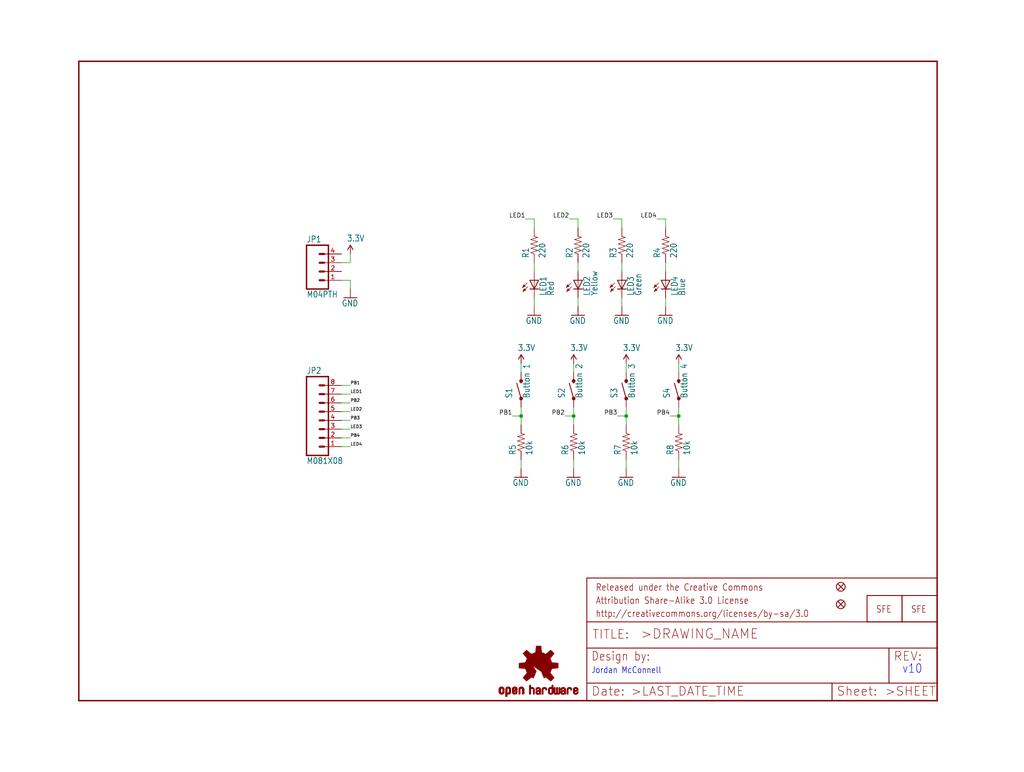
<source format=kicad_sch>
(kicad_sch (version 20211123) (generator eeschema)
  (paper "User" 297.002 223.926)
  (lib_symbols
    (symbol "eagleSchem-eagle-import:3.3V" (power)
      (property "Value" "3.3V" (at -1.016 3.556 0))
      (symbol "3.3V_1_0"
        (pin power_in line (at 0 0 90) (length 2.54) (name "3.3V") (number "1"))
      )
    )
    (symbol "eagleSchem-eagle-import:FIDUCIALUFIDUCIAL")
    (symbol "eagleSchem-eagle-import:FRAME-LETTER"
      (symbol "FRAME-LETTER_2_0"
        (text ">DRAWING_NAME" (at 15.494 17.78 0) (effects (font (size 2.7432 2.7432)) (justify left bottom)))
        (text ">LAST_DATE_TIME" (at 12.7 1.27 0) (effects (font (size 2.54 2.54)) (justify left bottom)))
        (text ">SHEET" (at 86.36 1.27 0) (effects (font (size 2.54 2.54)) (justify left bottom)))
        (text "Attribution Share-Alike 3.0 License" (at 2.54 27.94 0) (effects (font (size 1.9304 1.6408)) (justify left bottom)))
        (text "Date:" (at 1.27 1.27 0) (effects (font (size 2.54 2.54)) (justify left bottom)))
        (text "Design by:" (at 1.27 11.43 0) (effects (font (size 2.54 2.159)) (justify left bottom)))
        (text "http://creativecommons.org/licenses/by-sa/3.0" (at 2.54 24.13 0) (effects (font (size 1.9304 1.6408)) (justify left bottom)))
        (text "Released under the Creative Commons" (at 2.54 31.75 0) (effects (font (size 1.9304 1.6408)) (justify left bottom)))
        (text "REV:" (at 88.9 11.43 0) (effects (font (size 2.54 2.54)) (justify left bottom)))
        (text "Sheet:" (at 72.39 1.27 0) (effects (font (size 2.54 2.54)) (justify left bottom)))
        (text "TITLE:" (at 1.524 17.78 0) (effects (font (size 2.54 2.54)) (justify left bottom)))
      )
    )
    (symbol "eagleSchem-eagle-import:GND" (power)
      (property "Value" "GND" (at -2.54 -2.54 0))
      (symbol "GND_1_0"
        (pin power_in line (at 0 2.54 270) (length 2.54) (name "GND") (number "1"))
      )
    )
    (symbol "eagleSchem-eagle-import:LED0603"
      (property "Reference" "LED" (at 3.556 -4.572 90))
      (property "Value" "LED0603" (at 5.715 -4.572 90))
      (symbol "LED0603_1_0"
        (pin passive line (at 0 2.54 270) (length 2.54) (name "A") (number "A"))
        (pin passive line (at 0 -5.08 90) (length 2.54) (name "C") (number "C"))
      )
    )
    (symbol "eagleSchem-eagle-import:LOGO-SFENEW"
      (symbol "LOGO-SFENEW_1_0"
        (text "SFE" (at 0 0 0) (effects (font (size 1.9304 1.6408)) (justify left bottom)))
      )
    )
    (symbol "eagleSchem-eagle-import:LOGO-SFESK"
      (symbol "LOGO-SFESK_1_0"
        (text "SFE" (at 0 0 0) (effects (font (size 1.9304 1.6408)) (justify left bottom)))
      )
    )
    (symbol "eagleSchem-eagle-import:M04PTH"
      (property "Reference" "JP" (at -5.08 8.382 0))
      (property "Value" "M04PTH" (at -5.08 -7.62 0))
      (symbol "M04PTH_1_0"
        (pin passive line (at 5.08 -2.54 180) (length 5.08) (name "1") (number "1"))
        (pin passive line (at 5.08 0 180) (length 5.08) (name "2") (number "2"))
        (pin passive line (at 5.08 2.54 180) (length 5.08) (name "3") (number "3"))
        (pin passive line (at 5.08 5.08 180) (length 5.08) (name "4") (number "4"))
      )
    )
    (symbol "eagleSchem-eagle-import:M081X08"
      (property "Reference" "JP" (at -5.08 13.462 0))
      (property "Value" "M081X08" (at -5.08 -12.7 0))
      (symbol "M081X08_1_0"
        (pin passive line (at 5.08 -7.62 180) (length 5.08) (name "1") (number "1"))
        (pin passive line (at 5.08 -5.08 180) (length 5.08) (name "2") (number "2"))
        (pin passive line (at 5.08 -2.54 180) (length 5.08) (name "3") (number "3"))
        (pin passive line (at 5.08 0 180) (length 5.08) (name "4") (number "4"))
        (pin passive line (at 5.08 2.54 180) (length 5.08) (name "5") (number "5"))
        (pin passive line (at 5.08 5.08 180) (length 5.08) (name "6") (number "6"))
        (pin passive line (at 5.08 7.62 180) (length 5.08) (name "7") (number "7"))
        (pin passive line (at 5.08 10.16 180) (length 5.08) (name "8") (number "8"))
      )
    )
    (symbol "eagleSchem-eagle-import:OSHW-LOGOS")
    (symbol "eagleSchem-eagle-import:RESISTOR0402-RES"
      (property "Reference" "R" (at -3.81 1.4986 0))
      (property "Value" "RESISTOR0402-RES" (at -3.81 -3.302 0))
      (symbol "RESISTOR0402-RES_1_0"
        (pin passive line (at -5.08 0 0) (length 2.54) (name "1") (number "1"))
        (pin passive line (at 5.08 0 180) (length 2.54) (name "2") (number "2"))
      )
    )
    (symbol "eagleSchem-eagle-import:SWITCH-MOMENTARY-2SMD"
      (property "Reference" "S" (at -2.54 2.54 0))
      (property "Value" "SWITCH-MOMENTARY-2SMD" (at -2.54 -2.54 0))
      (symbol "SWITCH-MOMENTARY-2SMD_1_0"
        (pin passive line (at -5.08 0 0) (length 2.54) (name "1") (number "1"))
        (pin passive line (at 5.08 0 180) (length 2.54) (name "2") (number "3"))
      )
    )
  )
  (junction (at 151.13 120.65))
  (junction (at 196.85 120.65))
  (junction (at 181.61 120.65))
  (junction (at 166.37 120.65))
  (wire (pts (xy 99.06 114.3) (xy 101.6 114.3)))
  (wire (pts (xy 99.06 129.54) (xy 101.6 129.54)))
  (wire (pts (xy 196.85 118.11) (xy 196.85 120.65)))
  (wire (pts (xy 193.04 63.5) (xy 190.5 63.5)))
  (wire (pts (xy 196.85 120.65) (xy 196.85 123.19)))
  (wire (pts (xy 181.61 107.95) (xy 181.61 105.41)))
  (wire (pts (xy 166.37 107.95) (xy 166.37 105.41)))
  (wire (pts (xy 193.04 66.04) (xy 193.04 63.5)))
  (wire (pts (xy 151.13 107.95) (xy 151.13 105.41)))
  (wire (pts (xy 167.64 76.2) (xy 167.64 78.74)))
  (wire (pts (xy 101.6 81.28) (xy 101.6 83.82)))
  (wire (pts (xy 99.06 81.28) (xy 101.6 81.28)))
  (wire (pts (xy 99.06 127) (xy 101.6 127)))
  (wire (pts (xy 181.61 120.65) (xy 179.07 120.65)))
  (wire (pts (xy 181.61 118.11) (xy 181.61 120.65)))
  (wire (pts (xy 167.64 86.36) (xy 167.64 88.9)))
  (wire (pts (xy 180.34 66.04) (xy 180.34 63.5)))
  (wire (pts (xy 181.61 133.35) (xy 181.61 135.89)))
  (wire (pts (xy 154.94 66.04) (xy 154.94 63.5)))
  (wire (pts (xy 99.06 76.2) (xy 101.6 76.2)))
  (wire (pts (xy 166.37 120.65) (xy 166.37 123.19)))
  (wire (pts (xy 99.06 116.84) (xy 101.6 116.84)))
  (wire (pts (xy 154.94 76.2) (xy 154.94 78.74)))
  (wire (pts (xy 154.94 63.5) (xy 152.4 63.5)))
  (wire (pts (xy 166.37 133.35) (xy 166.37 135.89)))
  (wire (pts (xy 193.04 86.36) (xy 193.04 88.9)))
  (wire (pts (xy 99.06 111.76) (xy 101.6 111.76)))
  (wire (pts (xy 101.6 76.2) (xy 101.6 73.66)))
  (wire (pts (xy 167.64 63.5) (xy 165.1 63.5)))
  (wire (pts (xy 151.13 118.11) (xy 151.13 120.65)))
  (wire (pts (xy 166.37 120.65) (xy 163.83 120.65)))
  (wire (pts (xy 151.13 120.65) (xy 151.13 123.19)))
  (wire (pts (xy 166.37 118.11) (xy 166.37 120.65)))
  (wire (pts (xy 154.94 88.9) (xy 154.94 86.36)))
  (wire (pts (xy 167.64 66.04) (xy 167.64 63.5)))
  (wire (pts (xy 196.85 120.65) (xy 194.31 120.65)))
  (wire (pts (xy 181.61 120.65) (xy 181.61 123.19)))
  (wire (pts (xy 180.34 86.36) (xy 180.34 88.9)))
  (wire (pts (xy 180.34 63.5) (xy 177.8 63.5)))
  (wire (pts (xy 151.13 133.35) (xy 151.13 135.89)))
  (wire (pts (xy 99.06 124.46) (xy 101.6 124.46)))
  (wire (pts (xy 196.85 133.35) (xy 196.85 135.89)))
  (wire (pts (xy 193.04 76.2) (xy 193.04 78.74)))
  (wire (pts (xy 196.85 107.95) (xy 196.85 105.41)))
  (wire (pts (xy 180.34 76.2) (xy 180.34 78.74)))
  (wire (pts (xy 99.06 121.92) (xy 101.6 121.92)))
  (wire (pts (xy 99.06 119.38) (xy 101.6 119.38)))
  (wire (pts (xy 151.13 120.65) (xy 148.59 120.65)))
  (text "Jordan McConnell" (at 171.45 195.58 180) (effects (font (size 1.778 1.5113)) (justify left bottom)))
  (text "v10" (at 261.62 195.58 180) (effects (font (size 2.54 2.159)) (justify left bottom)))
  (label "LED2" (at 101.6 119.38 0) (effects (font (size 0.889 0.889))))
  (label "PB2" (at 101.6 116.84 0) (effects (font (size 0.889 0.889))))
  (label "LED3" (at 101.6 124.46 0) (effects (font (size 0.889 0.889))))
  (label "LED2" (at 165.1 63.5 180) (effects (font (size 1.2446 1.2446))))
  (label "PB1" (at 101.6 111.76 0) (effects (font (size 0.889 0.889))))
  (label "PB2" (at 163.83 120.65 180) (effects (font (size 1.2446 1.2446))))
  (label "PB1" (at 148.59 120.65 180) (effects (font (size 1.2446 1.2446))))
  (label "LED1" (at 152.4 63.5 180) (effects (font (size 1.2446 1.2446))))
  (label "PB4" (at 194.31 120.65 180) (effects (font (size 1.2446 1.2446))))
  (label "LED3" (at 177.8 63.5 180) (effects (font (size 1.2446 1.2446))))
  (label "PB4" (at 101.6 127 0) (effects (font (size 0.889 0.889))))
  (label "LED4" (at 190.5 63.5 180) (effects (font (size 1.2446 1.2446))))
  (label "PB3" (at 179.07 120.65 180) (effects (font (size 1.2446 1.2446))))
  (label "LED1" (at 101.6 114.3 0) (effects (font (size 0.889 0.889))))
  (label "PB3" (at 101.6 121.92 0) (effects (font (size 0.889 0.889))))
  (label "LED4" (at 101.6 129.54 0) (effects (font (size 0.889 0.889))))
  (symbol (lib_id "eagleSchem-eagle-import:3.3V") (at 181.61 105.41 0) (unit 1)
    (property "Reference" "#P+4" (effects hide))
    (property "Value" "3.3V" (at 180.594 101.854 0) (effects (font (size 1.778 1.5113)) (justify left bottom)))
    (property "Footprint" "eagleSchem:" (effects hide))
  )
  (symbol (lib_id "eagleSchem-eagle-import:RESISTOR0402-RES") (at 154.94 71.12 90) (unit 1)
    (property "Reference" "R1" (at 153.4414 74.93 0) (effects (font (size 1.778 1.5113)) (justify left bottom)))
    (property "Value" "220" (at 158.242 74.93 0) (effects (font (size 1.778 1.5113)) (justify left bottom)))
    (property "Footprint" "eagleSchem:0402-RES" (effects hide))
  )
  (symbol (lib_id "eagleSchem-eagle-import:FIDUCIALUFIDUCIAL") (at 243.84 175.26 0) (unit 1)
    (property "Reference" "JP6" (effects hide))
    (property "Value" "FIDUCIALUFIDUCIAL" (effects hide))
    (property "Footprint" "eagleSchem:MICRO-FIDUCIAL" (effects hide))
  )
  (symbol (lib_id "eagleSchem-eagle-import:GND") (at 151.13 138.43 0) (unit 1)
    (property "Reference" "#GND2" (effects hide))
    (property "Value" "GND" (at 148.59 140.97 0) (effects (font (size 1.778 1.5113)) (justify left bottom)))
    (property "Footprint" "eagleSchem:" (effects hide))
  )
  (symbol (lib_id "eagleSchem-eagle-import:RESISTOR0402-RES") (at 180.34 71.12 90) (unit 1)
    (property "Reference" "R3" (at 178.8414 74.93 0) (effects (font (size 1.778 1.5113)) (justify left bottom)))
    (property "Value" "220" (at 183.642 74.93 0) (effects (font (size 1.778 1.5113)) (justify left bottom)))
    (property "Footprint" "eagleSchem:0402-RES" (effects hide))
  )
  (symbol (lib_id "eagleSchem-eagle-import:3.3V") (at 196.85 105.41 0) (unit 1)
    (property "Reference" "#P+5" (effects hide))
    (property "Value" "3.3V" (at 195.834 101.854 0) (effects (font (size 1.778 1.5113)) (justify left bottom)))
    (property "Footprint" "eagleSchem:" (effects hide))
  )
  (symbol (lib_id "eagleSchem-eagle-import:LOGO-SFENEW") (at 254 177.8 0) (unit 1)
    (property "Reference" "JP4" (effects hide))
    (property "Value" "LOGO-SFENEW" (effects hide))
    (property "Footprint" "eagleSchem:SFE-NEW-WEBLOGO" (effects hide))
  )
  (symbol (lib_id "eagleSchem-eagle-import:M081X08") (at 93.98 121.92 0) (unit 1)
    (property "Reference" "JP2" (at 88.9 108.458 0) (effects (font (size 1.778 1.5113)) (justify left bottom)))
    (property "Value" "M081X08" (at 88.9 134.62 0) (effects (font (size 1.778 1.5113)) (justify left bottom)))
    (property "Footprint" "eagleSchem:1X08" (effects hide))
  )
  (symbol (lib_id "eagleSchem-eagle-import:SWITCH-MOMENTARY-2SMD") (at 196.85 113.03 90) (unit 1)
    (property "Reference" "S4" (at 194.31 115.57 0) (effects (font (size 1.778 1.5113)) (justify left bottom)))
    (property "Value" "Button 4" (at 199.39 115.57 0) (effects (font (size 1.778 1.5113)) (justify left bottom)))
    (property "Footprint" "eagleSchem:TACTILE_SWITCH_SMD" (effects hide))
  )
  (symbol (lib_id "eagleSchem-eagle-import:RESISTOR0402-RES") (at 196.85 128.27 90) (unit 1)
    (property "Reference" "R8" (at 195.3514 132.08 0) (effects (font (size 1.778 1.5113)) (justify left bottom)))
    (property "Value" "10k" (at 200.152 132.08 0) (effects (font (size 1.778 1.5113)) (justify left bottom)))
    (property "Footprint" "eagleSchem:0402-RES" (effects hide))
  )
  (symbol (lib_id "eagleSchem-eagle-import:FIDUCIALUFIDUCIAL") (at 243.84 170.18 0) (unit 1)
    (property "Reference" "JP5" (effects hide))
    (property "Value" "FIDUCIALUFIDUCIAL" (effects hide))
    (property "Footprint" "eagleSchem:MICRO-FIDUCIAL" (effects hide))
  )
  (symbol (lib_id "eagleSchem-eagle-import:M04PTH") (at 93.98 78.74 0) (unit 1)
    (property "Reference" "JP1" (at 88.9 70.358 0) (effects (font (size 1.778 1.5113)) (justify left bottom)))
    (property "Value" "M04PTH" (at 88.9 86.36 0) (effects (font (size 1.778 1.5113)) (justify left bottom)))
    (property "Footprint" "eagleSchem:1X04" (effects hide))
  )
  (symbol (lib_id "eagleSchem-eagle-import:GND") (at 196.85 138.43 0) (unit 1)
    (property "Reference" "#GND5" (effects hide))
    (property "Value" "GND" (at 194.31 140.97 0) (effects (font (size 1.778 1.5113)) (justify left bottom)))
    (property "Footprint" "eagleSchem:" (effects hide))
  )
  (symbol (lib_id "eagleSchem-eagle-import:LED0603") (at 180.34 81.28 0) (unit 1)
    (property "Reference" "LED3" (at 183.896 85.852 90) (effects (font (size 1.778 1.5113)) (justify left bottom)))
    (property "Value" "Green" (at 186.055 85.852 90) (effects (font (size 1.778 1.5113)) (justify left bottom)))
    (property "Footprint" "eagleSchem:LED-0603" (effects hide))
  )
  (symbol (lib_id "eagleSchem-eagle-import:LED0603") (at 154.94 81.28 0) (unit 1)
    (property "Reference" "LED1" (at 158.496 85.852 90) (effects (font (size 1.778 1.5113)) (justify left bottom)))
    (property "Value" "Red" (at 160.655 85.852 90) (effects (font (size 1.778 1.5113)) (justify left bottom)))
    (property "Footprint" "eagleSchem:LED-0603" (effects hide))
  )
  (symbol (lib_id "eagleSchem-eagle-import:RESISTOR0402-RES") (at 167.64 71.12 90) (unit 1)
    (property "Reference" "R2" (at 166.1414 74.93 0) (effects (font (size 1.778 1.5113)) (justify left bottom)))
    (property "Value" "220" (at 170.942 74.93 0) (effects (font (size 1.778 1.5113)) (justify left bottom)))
    (property "Footprint" "eagleSchem:0402-RES" (effects hide))
  )
  (symbol (lib_id "eagleSchem-eagle-import:RESISTOR0402-RES") (at 166.37 128.27 90) (unit 1)
    (property "Reference" "R6" (at 164.8714 132.08 0) (effects (font (size 1.778 1.5113)) (justify left bottom)))
    (property "Value" "10k" (at 169.672 132.08 0) (effects (font (size 1.778 1.5113)) (justify left bottom)))
    (property "Footprint" "eagleSchem:0402-RES" (effects hide))
  )
  (symbol (lib_id "eagleSchem-eagle-import:LED0603") (at 167.64 81.28 0) (unit 1)
    (property "Reference" "LED2" (at 171.196 85.852 90) (effects (font (size 1.778 1.5113)) (justify left bottom)))
    (property "Value" "Yellow" (at 173.355 85.852 90) (effects (font (size 1.778 1.5113)) (justify left bottom)))
    (property "Footprint" "eagleSchem:LED-0603" (effects hide))
  )
  (symbol (lib_id "eagleSchem-eagle-import:GND") (at 166.37 138.43 0) (unit 1)
    (property "Reference" "#GND3" (effects hide))
    (property "Value" "GND" (at 163.83 140.97 0) (effects (font (size 1.778 1.5113)) (justify left bottom)))
    (property "Footprint" "eagleSchem:" (effects hide))
  )
  (symbol (lib_id "eagleSchem-eagle-import:SWITCH-MOMENTARY-2SMD") (at 166.37 113.03 90) (unit 1)
    (property "Reference" "S2" (at 163.83 115.57 0) (effects (font (size 1.778 1.5113)) (justify left bottom)))
    (property "Value" "Button 2" (at 168.91 115.57 0) (effects (font (size 1.778 1.5113)) (justify left bottom)))
    (property "Footprint" "eagleSchem:TACTILE_SWITCH_SMD" (effects hide))
  )
  (symbol (lib_id "eagleSchem-eagle-import:3.3V") (at 151.13 105.41 0) (unit 1)
    (property "Reference" "#P+2" (effects hide))
    (property "Value" "3.3V" (at 150.114 101.854 0) (effects (font (size 1.778 1.5113)) (justify left bottom)))
    (property "Footprint" "eagleSchem:" (effects hide))
  )
  (symbol (lib_id "eagleSchem-eagle-import:GND") (at 101.6 86.36 0) (unit 1)
    (property "Reference" "#GND1" (effects hide))
    (property "Value" "GND" (at 99.06 88.9 0) (effects (font (size 1.778 1.5113)) (justify left bottom)))
    (property "Footprint" "eagleSchem:" (effects hide))
  )
  (symbol (lib_id "eagleSchem-eagle-import:LED0603") (at 193.04 81.28 0) (unit 1)
    (property "Reference" "LED4" (at 196.596 85.852 90) (effects (font (size 1.778 1.5113)) (justify left bottom)))
    (property "Value" "Blue" (at 198.755 85.852 90) (effects (font (size 1.778 1.5113)) (justify left bottom)))
    (property "Footprint" "eagleSchem:LED-0603" (effects hide))
  )
  (symbol (lib_id "eagleSchem-eagle-import:RESISTOR0402-RES") (at 193.04 71.12 90) (unit 1)
    (property "Reference" "R4" (at 191.5414 74.93 0) (effects (font (size 1.778 1.5113)) (justify left bottom)))
    (property "Value" "220" (at 196.342 74.93 0) (effects (font (size 1.778 1.5113)) (justify left bottom)))
    (property "Footprint" "eagleSchem:0402-RES" (effects hide))
  )
  (symbol (lib_id "eagleSchem-eagle-import:GND") (at 180.34 91.44 0) (unit 1)
    (property "Reference" "#GND8" (effects hide))
    (property "Value" "GND" (at 177.8 93.98 0) (effects (font (size 1.778 1.5113)) (justify left bottom)))
    (property "Footprint" "eagleSchem:" (effects hide))
  )
  (symbol (lib_id "eagleSchem-eagle-import:RESISTOR0402-RES") (at 181.61 128.27 90) (unit 1)
    (property "Reference" "R7" (at 180.1114 132.08 0) (effects (font (size 1.778 1.5113)) (justify left bottom)))
    (property "Value" "10k" (at 184.912 132.08 0) (effects (font (size 1.778 1.5113)) (justify left bottom)))
    (property "Footprint" "eagleSchem:0402-RES" (effects hide))
  )
  (symbol (lib_id "eagleSchem-eagle-import:SWITCH-MOMENTARY-2SMD") (at 151.13 113.03 90) (unit 1)
    (property "Reference" "S1" (at 148.59 115.57 0) (effects (font (size 1.778 1.5113)) (justify left bottom)))
    (property "Value" "Button 1" (at 153.67 115.57 0) (effects (font (size 1.778 1.5113)) (justify left bottom)))
    (property "Footprint" "eagleSchem:TACTILE_SWITCH_SMD" (effects hide))
  )
  (symbol (lib_id "eagleSchem-eagle-import:GND") (at 193.04 91.44 0) (unit 1)
    (property "Reference" "#GND9" (effects hide))
    (property "Value" "GND" (at 190.5 93.98 0) (effects (font (size 1.778 1.5113)) (justify left bottom)))
    (property "Footprint" "eagleSchem:" (effects hide))
  )
  (symbol (lib_id "eagleSchem-eagle-import:GND") (at 181.61 138.43 0) (unit 1)
    (property "Reference" "#GND4" (effects hide))
    (property "Value" "GND" (at 179.07 140.97 0) (effects (font (size 1.778 1.5113)) (justify left bottom)))
    (property "Footprint" "eagleSchem:" (effects hide))
  )
  (symbol (lib_id "eagleSchem-eagle-import:RESISTOR0402-RES") (at 151.13 128.27 90) (unit 1)
    (property "Reference" "R5" (at 149.6314 132.08 0) (effects (font (size 1.778 1.5113)) (justify left bottom)))
    (property "Value" "10k" (at 154.432 132.08 0) (effects (font (size 1.778 1.5113)) (justify left bottom)))
    (property "Footprint" "eagleSchem:0402-RES" (effects hide))
  )
  (symbol (lib_id "eagleSchem-eagle-import:FRAME-LETTER") (at 22.86 203.2 0) (unit 1)
    (property "Reference" "FRAME1" (effects hide))
    (property "Value" "FRAME-LETTER" (effects hide))
    (property "Footprint" "eagleSchem:CREATIVE_COMMONS" (effects hide))
  )
  (symbol (lib_id "eagleSchem-eagle-import:SWITCH-MOMENTARY-2SMD") (at 181.61 113.03 90) (unit 1)
    (property "Reference" "S3" (at 179.07 115.57 0) (effects (font (size 1.778 1.5113)) (justify left bottom)))
    (property "Value" "Button 3" (at 184.15 115.57 0) (effects (font (size 1.778 1.5113)) (justify left bottom)))
    (property "Footprint" "eagleSchem:TACTILE_SWITCH_SMD" (effects hide))
  )
  (symbol (lib_id "eagleSchem-eagle-import:OSHW-LOGOS") (at 156.21 193.04 0) (unit 1)
    (property "Reference" "U$1" (effects hide))
    (property "Value" "OSHW-LOGOS" (effects hide))
    (property "Footprint" "eagleSchem:OSHW-LOGO-S" (effects hide))
  )
  (symbol (lib_id "eagleSchem-eagle-import:LOGO-SFESK") (at 264.16 177.8 0) (unit 1)
    (property "Reference" "JP3" (effects hide))
    (property "Value" "LOGO-SFESK" (effects hide))
    (property "Footprint" "eagleSchem:SFE-LOGO-FLAME" (effects hide))
  )
  (symbol (lib_id "eagleSchem-eagle-import:GND") (at 154.94 91.44 0) (unit 1)
    (property "Reference" "#GND6" (effects hide))
    (property "Value" "GND" (at 152.4 93.98 0) (effects (font (size 1.778 1.5113)) (justify left bottom)))
    (property "Footprint" "eagleSchem:" (effects hide))
  )
  (symbol (lib_id "eagleSchem-eagle-import:GND") (at 167.64 91.44 0) (unit 1)
    (property "Reference" "#GND7" (effects hide))
    (property "Value" "GND" (at 165.1 93.98 0) (effects (font (size 1.778 1.5113)) (justify left bottom)))
    (property "Footprint" "eagleSchem:" (effects hide))
  )
  (symbol (lib_id "eagleSchem-eagle-import:3.3V") (at 166.37 105.41 0) (unit 1)
    (property "Reference" "#P+3" (effects hide))
    (property "Value" "3.3V" (at 165.354 101.854 0) (effects (font (size 1.778 1.5113)) (justify left bottom)))
    (property "Footprint" "eagleSchem:" (effects hide))
  )
  (symbol (lib_id "eagleSchem-eagle-import:3.3V") (at 101.6 73.66 0) (unit 1)
    (property "Reference" "#P+1" (effects hide))
    (property "Value" "3.3V" (at 100.584 70.104 0) (effects (font (size 1.778 1.5113)) (justify left bottom)))
    (property "Footprint" "eagleSchem:" (effects hide))
  )
  (symbol (lib_id "eagleSchem-eagle-import:FRAME-LETTER") (at 170.18 203.2 0) (unit 2)
    (property "Reference" "FRAME1" (effects hide))
    (property "Value" "FRAME-LETTER" (effects hide))
    (property "Footprint" "eagleSchem:CREATIVE_COMMONS" (effects hide))
  )
)
</source>
